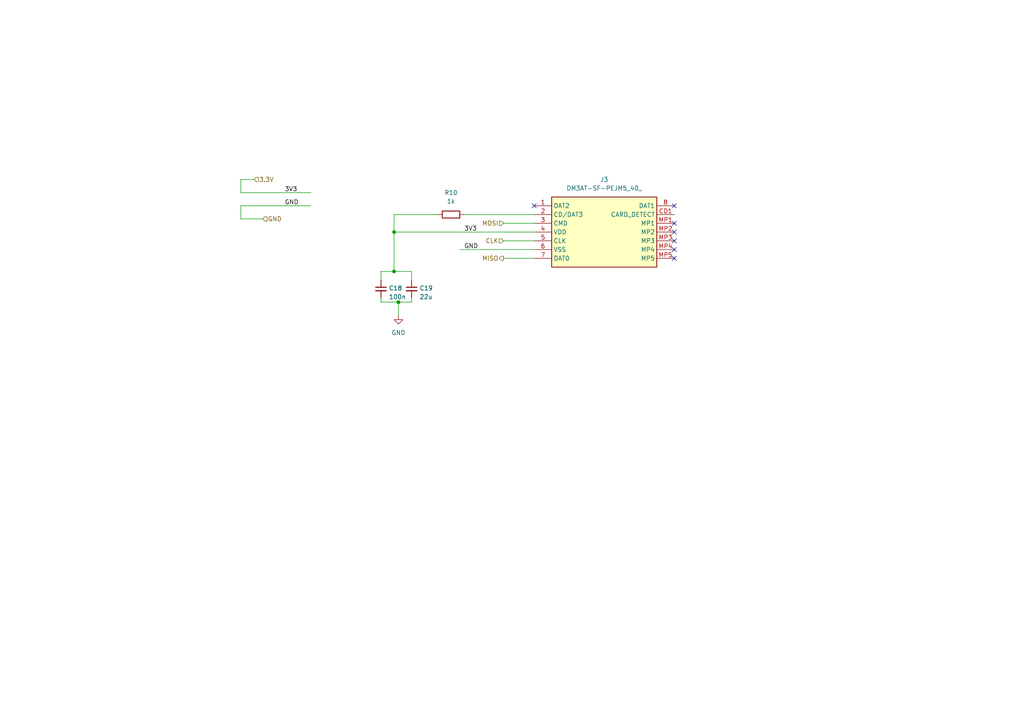
<source format=kicad_sch>
(kicad_sch (version 20231120) (generator "eeschema") (generator_version "8.0")
  (paper "A4")
  (lib_symbols
    (symbol "DM3AT-SF-PEJM5_40_:DM3AT-SF-PEJM5_40_"
      (property "Reference" "J" (at 36.83 7.62 0))
      (property "Value" "DM3AT-SF-PEJM5_40_" (at 36.83 5.08 0))
      (symbol "DM3AT-SF-PEJM5_40__1_1"
        (rectangle (start 5.08 2.54) (end 35.56 -17.78) (stroke (width 0.254)) (fill (type background)))
        (pin passive line (at 0 0 0) (length 5.08) (name "DAT2") (number "1"))
        (pin passive line (at 0 -2.54 0) (length 5.08) (name "CD/DAT3") (number "2"))
        (pin passive line (at 0 -5.08 0) (length 5.08) (name "CMD") (number "3"))
        (pin passive line (at 0 -7.62 0) (length 5.08) (name "VDD") (number "4"))
        (pin passive line (at 0 -10.16 0) (length 5.08) (name "CLK") (number "5"))
        (pin passive line (at 0 -12.7 0) (length 5.08) (name "VSS") (number "6"))
        (pin passive line (at 0 -15.24 0) (length 5.08) (name "DAT0") (number "7"))
        (pin passive line (at 40.64 0 180) (length 5.08) (name "DAT1") (number "8"))
        (pin passive line (at 40.64 -2.54 180) (length 5.08) (name "CARD_DETECT") (number "CD1"))
        (pin passive line (at 40.64 -5.08 180) (length 5.08) (name "MP1") (number "MP1"))
        (pin passive line (at 40.64 -7.62 180) (length 5.08) (name "MP2") (number "MP2"))
        (pin passive line (at 40.64 -10.16 180) (length 5.08) (name "MP3") (number "MP3"))
        (pin passive line (at 40.64 -12.7 180) (length 5.08) (name "MP4") (number "MP4"))
        (pin passive line (at 40.64 -15.24 180) (length 5.08) (name "MP5") (number "MP5"))
      )
    )
    (symbol "Device:C_Small" (pin_numbers hide) (pin_names (offset 0.254) hide)
      (property "Reference" "C" (at 0.254 1.778 0))
      (property "Value" "C_Small" (at 0.254 -2.032 0))
      (symbol "C_Small_0_1"
        (polyline (pts (xy -1.524 -0.508) (xy 1.524 -0.508)) (stroke (width 0.3302)))
        (polyline (pts (xy -1.524 0.508) (xy 1.524 0.508)) (stroke (width 0.3048)))
      )
      (symbol "C_Small_1_1"
        (pin passive line (at 0 2.54 270) (length 2.032) (name "~") (number "1"))
        (pin passive line (at 0 -2.54 90) (length 2.032) (name "~") (number "2"))
      )
    )
    (symbol "Device:R" (pin_numbers hide) (pin_names (offset 0))
      (property "Reference" "R" (at 2.032 0 90))
      (property "Value" "R" (at 0 0 90))
      (symbol "R_0_1"
        (rectangle (start -1.016 -2.54) (end 1.016 2.54) (stroke (width 0.254)))
      )
      (symbol "R_1_1"
        (pin passive line (at 0 3.81 270) (length 1.27) (name "~") (number "1"))
        (pin passive line (at 0 -3.81 90) (length 1.27) (name "~") (number "2"))
      )
    )
    (symbol "power:GND" (power) (pin_numbers hide) (pin_names (offset 0) hide)
      (property "Value" "GND" (at 0 -3.81 0))
      (symbol "GND_0_1"
        (polyline (pts (xy 0 0) (xy 0 -1.27) (xy 1.27 -1.27) (xy 0 -2.54) (xy -1.27 -1.27) (xy 0 -1.27)))
      )
      (symbol "GND_1_1"
        (pin power_in line (at 0 0 270) (length 0) (name "~") (number "1"))
      )
    )
  )
  (junction (at 114.3 78.74))
  (junction (at 115.57 87.63))
  (junction (at 114.3 67.31))
  (no_connect (at 195.58 72.39))
  (no_connect (at 195.58 69.85))
  (no_connect (at 195.58 64.77))
  (no_connect (at 195.58 67.31))
  (no_connect (at 154.94 59.69))
  (no_connect (at 195.58 59.69))
  (no_connect (at 195.58 74.93))
  (wire (pts (xy 134.62 62.23) (xy 154.94 62.23)))
  (wire (pts (xy 110.49 86.36) (xy 110.49 87.63)))
  (wire (pts (xy 69.85 59.69) (xy 90.17 59.69)))
  (wire (pts (xy 146.05 74.93) (xy 154.94 74.93)))
  (wire (pts (xy 133.35 72.39) (xy 154.94 72.39)))
  (wire (pts (xy 73.66 52.07) (xy 69.85 52.07)))
  (wire (pts (xy 114.3 62.23) (xy 114.3 67.31)))
  (wire (pts (xy 146.05 64.77) (xy 154.94 64.77)))
  (wire (pts (xy 110.49 87.63) (xy 115.57 87.63)))
  (wire (pts (xy 146.05 69.85) (xy 154.94 69.85)))
  (wire (pts (xy 114.3 67.31) (xy 114.3 78.74)))
  (wire (pts (xy 119.38 86.36) (xy 119.38 87.63)))
  (wire (pts (xy 119.38 81.28) (xy 119.38 78.74)))
  (wire (pts (xy 115.57 87.63) (xy 119.38 87.63)))
  (wire (pts (xy 69.85 55.88) (xy 90.17 55.88)))
  (wire (pts (xy 115.57 87.63) (xy 115.57 91.44)))
  (wire (pts (xy 127 62.23) (xy 114.3 62.23)))
  (wire (pts (xy 110.49 78.74) (xy 110.49 81.28)))
  (wire (pts (xy 69.85 52.07) (xy 69.85 55.88)))
  (wire (pts (xy 76.2 63.5) (xy 69.85 63.5)))
  (wire (pts (xy 119.38 78.74) (xy 114.3 78.74)))
  (wire (pts (xy 114.3 67.31) (xy 154.94 67.31)))
  (wire (pts (xy 69.85 59.69) (xy 69.85 63.5)))
  (wire (pts (xy 114.3 78.74) (xy 110.49 78.74)))
  (label "GND" (at 134.62 72.39 0))
  (label "3V3" (at 82.55 55.88 0))
  (label "GND" (at 82.55 59.69 0))
  (label "3V3" (at 134.62 67.31 0))
  (hierarchical_label "MOSI" (shape input) (at 146.05 64.77 180))
  (hierarchical_label "MISO" (shape output) (at 146.05 74.93 180))
  (hierarchical_label "3.3V" (shape input) (at 73.66 52.07 0))
  (hierarchical_label "CLK" (shape input) (at 146.05 69.85 180))
  (hierarchical_label "GND" (shape input) (at 76.2 63.5 0))
  (symbol (lib_id "Device:C_Small") (at 110.49 83.82 0) (unit 1)
    (property "Reference" "C18" (at 112.776 83.566 0) (effects (justify left)))
    (property "Value" "100n" (at 112.776 86.106 0) (effects (justify left)))
    (property "Footprint" "Capacitor_SMD:C_0603_1608Metric_Pad1.08x0.95mm_HandSolder" (effects (hide yes)))
    (property "Description" "Unpolarized capacitor, small symbol" (effects (hide yes)))
    (property "part number" "C0603C104K5RACAUTO" (effects (hide yes)))
  )
  (symbol (lib_id "power:GND") (at 115.57 91.44 0) (unit 1)
    (property "Reference" "#PWR016" (effects (hide yes)))
    (property "Value" "GND" (at 115.57 96.52 0))
    (property "Description" "Power symbol creates a global label with name \"GND\" , ground" (effects (hide yes)))
  )
  (symbol (lib_id "Device:R") (at 130.81 62.23 90) (unit 1)
    (property "Reference" "R10" (at 130.81 55.88 90))
    (property "Value" "1k" (at 130.81 58.42 90))
    (property "Footprint" "Resistor_SMD:R_0603_1608Metric_Pad0.98x0.95mm_HandSolder" (effects (hide yes)))
    (property "Description" "Resistor" (effects (hide yes)))
    (property "part number" "RC0603FR-071KL" (effects (hide yes)))
  )
  (symbol (lib_id "Device:C_Small") (at 119.38 83.82 0) (unit 1)
    (property "Reference" "C19" (at 121.666 83.566 0) (effects (justify left)))
    (property "Value" "22u" (at 121.666 86.106 0) (effects (justify left)))
    (property "Footprint" "Capacitor_SMD:C_1206_3216Metric_Pad1.33x1.80mm_HandSolder" (effects (hide yes)))
    (property "Description" "Unpolarized capacitor, small symbol" (effects (hide yes)))
    (property "part number" "C3216X5R1V226M160AC" (effects (hide yes)))
  )
  (symbol (lib_id "DM3AT-SF-PEJM5_40_:DM3AT-SF-PEJM5_40_") (at 154.94 59.69 0) (unit 1)
    (property "Reference" "J3" (at 175.26 52.07 0))
    (property "Value" "DM3AT-SF-PEJM5_40_" (at 175.26 54.61 0))
    (property "Footprint" "footprints:DM3ATSFPEJM540" (effects (hide yes)))
    (property "Datasheet" "https://componentsearchengine.com/Datasheets/2/DM3AT-SF-PEJM5(40).pdf" (effects (hide yes)))
    (property "Description" "Memory Card Connectors MICRO SD CD CONN STD SMT PUSHPUSH" (effects (hide yes)))
    (property "Height" "1.83" (effects (hide yes)))
    (property "Mouser Part Number" "798-DM3AT-SF-PEJM540" (effects (hide yes)))
    (property "Mouser Price/Stock" "https://www.mouser.co.uk/ProductDetail/Hirose-Connector/DM3AT-SF-PEJM540?qs=0WLLhGLuJYzPvbo0KPPEoQ%3D%3D" (effects (hide yes)))
    (property "Manufacturer_Name" "Hirose" (effects (hide yes)))
    (property "Manufacturer_Part_Number" "DM3AT-SF-PEJM5(40)" (effects (hide yes)))
  )
)
</source>
